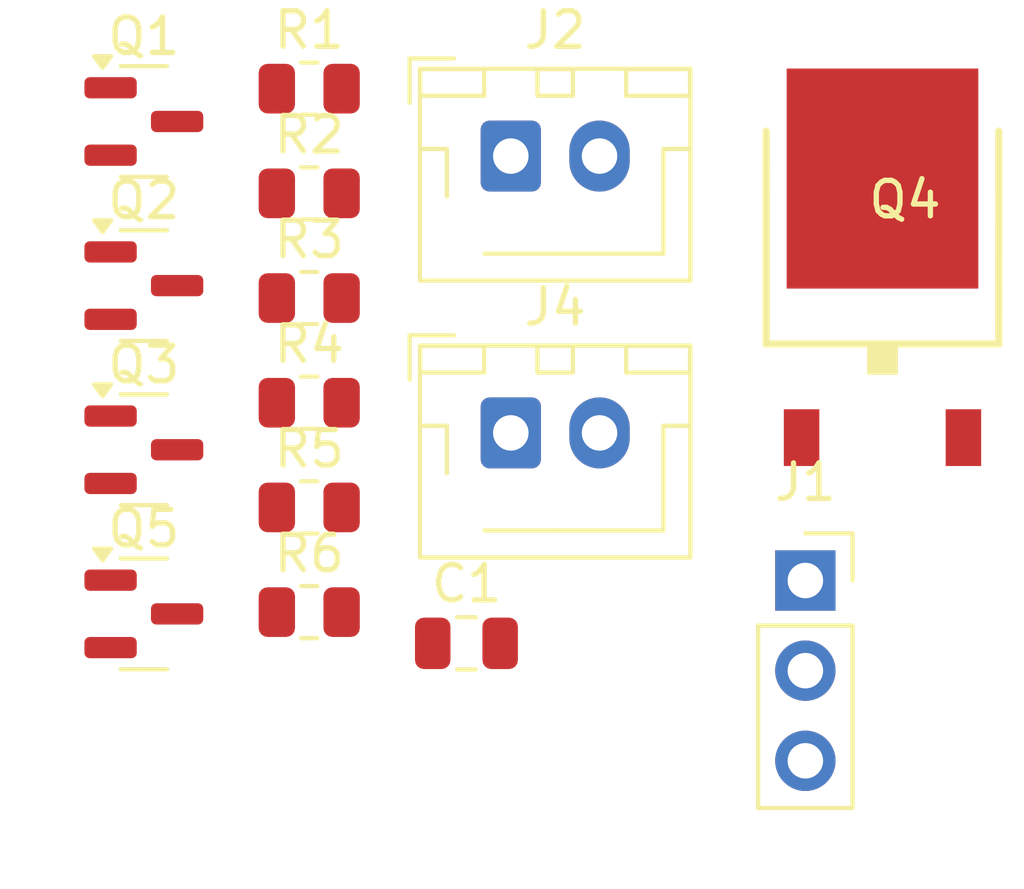
<source format=kicad_pcb>
(kicad_pcb (version 20241229) (generator "pcbnew") (generator_version "9.0")
  (layers (0 "F.Cu" signal) (2 "B.Cu" signal) (13 "F.Paste" user) (15 "B.Paste" user) (5 "F.SilkS" user "F.Silkscreen") (7 "B.SilkS" user "B.Silkscreen") (1 "F.Mask" user) (3 "B.Mask" user) (25 "Edge.Cuts" user))
  (net 0 "")
  (net 1 "Net-(Q1-G)")
  (net 2 "GND")
  (net 3 "Net-(J1-Pin_3)")
  (net 4 "STATUS")
  (net 5 "Net-(J2-Pin_2)")
  (net 6 "+5V")
  (net 7 "Net-(Q1-D)")
  (net 8 "Net-(Q2-D)")
  (net 9 "Net-(Q3-B)")
  (net 10 "Net-(Q5-B)")
  (net 11 "Net-(J3-Pin_1)")
  (footprint "AOD403:TO252" (layer "F.Cu") (at 170.4734 79.8934)
    (property "Reference" "Q4" (at 0.635 -1.905 0) (layer "F.SilkS"))
    (property "Value" "AOD403")
    (fp_line (start -3.277 2.159) (end -3.2766 -3.8354) (stroke (width 0.2032)) (layer "F.SilkS"))
    (fp_line (start 3.2766 -3.8354) (end 3.277 2.159) (stroke (width 0.2032)) (layer "F.SilkS"))
    (fp_line (start 3.277 2.159) (end -3.277 2.159) (stroke (width 0.2032)) (layer "F.SilkS"))
    (fp_poly (pts (xy -0.4318 2.2606) (xy 0.4318 2.2606) (xy 0.4318 3.0226) (xy -0.4318 3.0226)) (stroke (width 0.01)) (fill yes) (layer "F.SilkS"))
    (pad "1" smd rect (at -2.28 4.8) (size 1 1.6) (layers "F.Cu" "F.Mask" "F.Paste") (net 8 "Net-(Q2-D)"))
    (pad "2" smd rect (at 0 -2.5) (size 5.4 6.2) (layers "F.Cu" "F.Mask" "F.Paste") (net 5 "Net-(J2-Pin_2)"))
    (pad "3" smd rect (at 2.28 4.8) (size 1 1.6) (layers "F.Cu" "F.Mask" "F.Paste") (net 6 "+5V"))
  )
  (footprint "Package_TO_SOT_SMD:SOT-23" (layer "F.Cu") (at 149.66 75.785)
    (property "Reference" "Q1" (at 0 -2.4 0) (layer "F.SilkS"))
    (property "Value" "2N7002")
    (fp_line (start 0 -1.56) (end -0.65 -1.56) (stroke (width 0.12)) (layer "F.SilkS"))
    (fp_line (start 0 -1.56) (end 0.65 -1.56) (stroke (width 0.12)) (layer "F.SilkS"))
    (fp_line (start 0 1.56) (end -0.65 1.56) (stroke (width 0.12)) (layer "F.SilkS"))
    (fp_line (start 0 1.56) (end 0.65 1.56) (stroke (width 0.12)) (layer "F.SilkS"))
    (fp_poly (pts (xy -1.1625 -1.51) (xy -1.4025 -1.84) (xy -0.9225 -1.84)) (stroke (width 0.12)) (fill yes) (layer "F.SilkS"))
    (pad "1" smd roundrect (at -0.9375 -0.95) (size 1.475 0.6) (layers "F.Cu" "F.Mask" "F.Paste") (net 1 "Net-(Q1-G)"))
    (pad "2" smd roundrect (at -0.9375 0.95) (size 1.475 0.6) (layers "F.Cu" "F.Mask" "F.Paste") (net 2 "GND"))
    (pad "3" smd roundrect (at 0.9375 0) (size 1.475 0.6) (layers "F.Cu" "F.Mask" "F.Paste") (net 7 "Net-(Q1-D)"))
  )
  (footprint "Resistor_SMD:R_0805_2012Metric" (layer "F.Cu") (at 154.32 86.66)
    (property "Reference" "R5" (at 0 -1.65 0) (layer "F.SilkS"))
    (property "Value" "10K")
    (fp_line (start -0.227064 -0.735) (end 0.227064 -0.735) (stroke (width 0.12)) (layer "F.SilkS"))
    (fp_line (start -0.227064 0.735) (end 0.227064 0.735) (stroke (width 0.12)) (layer "F.SilkS"))
    (pad "1" smd roundrect (at -0.9125 0) (size 1.025 1.4) (layers "F.Cu" "F.Mask" "F.Paste") (roundrect_rratio 0.243902) (net 10 "Net-(Q5-B)"))
    (pad "2" smd roundrect (at 0.9125 0) (size 1.025 1.4) (layers "F.Cu" "F.Mask" "F.Paste") (roundrect_rratio 0.243902) (net 11 "Net-(J3-Pin_1)"))
  )
  (footprint "Package_TO_SOT_SMD:SOT-23" (layer "F.Cu") (at 149.66 89.66)
    (property "Reference" "Q5" (at 0 -2.4 0) (layer "F.SilkS"))
    (property "Value" "MMBT3904")
    (fp_line (start 0 -1.56) (end -0.65 -1.56) (stroke (width 0.12)) (layer "F.SilkS"))
    (fp_line (start 0 -1.56) (end 0.65 -1.56) (stroke (width 0.12)) (layer "F.SilkS"))
    (fp_line (start 0 1.56) (end -0.65 1.56) (stroke (width 0.12)) (layer "F.SilkS"))
    (fp_line (start 0 1.56) (end 0.65 1.56) (stroke (width 0.12)) (layer "F.SilkS"))
    (fp_poly (pts (xy -1.1625 -1.51) (xy -1.4025 -1.84) (xy -0.9225 -1.84)) (stroke (width 0.12)) (fill yes) (layer "F.SilkS"))
    (pad "1" smd roundrect (at -0.9375 -0.95) (size 1.475 0.6) (layers "F.Cu" "F.Mask" "F.Paste") (net 10 "Net-(Q5-B)"))
    (pad "2" smd roundrect (at -0.9375 0.95) (size 1.475 0.6) (layers "F.Cu" "F.Mask" "F.Paste") (net 2 "GND"))
    (pad "3" smd roundrect (at 0.9375 0) (size 1.475 0.6) (layers "F.Cu" "F.Mask" "F.Paste") (net 4 "STATUS"))
  )
  (footprint "Package_TO_SOT_SMD:SOT-23" (layer "F.Cu") (at 149.66 85.035)
    (property "Reference" "Q3" (at 0 -2.4 0) (layer "F.SilkS"))
    (property "Value" "MMBT3904")
    (fp_line (start 0 -1.56) (end -0.65 -1.56) (stroke (width 0.12)) (layer "F.SilkS"))
    (fp_line (start 0 -1.56) (end 0.65 -1.56) (stroke (width 0.12)) (layer "F.SilkS"))
    (fp_line (start 0 1.56) (end -0.65 1.56) (stroke (width 0.12)) (layer "F.SilkS"))
    (fp_line (start 0 1.56) (end 0.65 1.56) (stroke (width 0.12)) (layer "F.SilkS"))
    (fp_poly (pts (xy -1.1625 -1.51) (xy -1.4025 -1.84) (xy -0.9225 -1.84)) (stroke (width 0.12)) (fill yes) (layer "F.SilkS"))
    (pad "1" smd roundrect (at -0.9375 -0.95) (size 1.475 0.6) (layers "F.Cu" "F.Mask" "F.Paste") (net 9 "Net-(Q3-B)"))
    (pad "2" smd roundrect (at -0.9375 0.95) (size 1.475 0.6) (layers "F.Cu" "F.Mask" "F.Paste") (net 2 "GND"))
    (pad "3" smd roundrect (at 0.9375 0) (size 1.475 0.6) (layers "F.Cu" "F.Mask" "F.Paste") (net 8 "Net-(Q2-D)"))
  )
  (footprint "Resistor_SMD:R_0805_2012Metric" (layer "F.Cu") (at 154.32 83.71)
    (property "Reference" "R4" (at 0 -1.65 0) (layer "F.SilkS"))
    (property "Value" "10K")
    (fp_line (start -0.227064 -0.735) (end 0.227064 -0.735) (stroke (width 0.12)) (layer "F.SilkS"))
    (fp_line (start -0.227064 0.735) (end 0.227064 0.735) (stroke (width 0.12)) (layer "F.SilkS"))
    (pad "1" smd roundrect (at -0.9125 0) (size 1.025 1.4) (layers "F.Cu" "F.Mask" "F.Paste") (roundrect_rratio 0.243902) (net 8 "Net-(Q2-D)"))
    (pad "2" smd roundrect (at 0.9125 0) (size 1.025 1.4) (layers "F.Cu" "F.Mask" "F.Paste") (roundrect_rratio 0.243902) (net 6 "+5V"))
  )
  (footprint "Resistor_SMD:R_0805_2012Metric" (layer "F.Cu") (at 154.32 80.76)
    (property "Reference" "R3" (at 0 -1.65 0) (layer "F.SilkS"))
    (property "Value" "10K")
    (fp_line (start -0.227064 -0.735) (end 0.227064 -0.735) (stroke (width 0.12)) (layer "F.SilkS"))
    (fp_line (start -0.227064 0.735) (end 0.227064 0.735) (stroke (width 0.12)) (layer "F.SilkS"))
    (pad "1" smd roundrect (at -0.9125 0) (size 1.025 1.4) (layers "F.Cu" "F.Mask" "F.Paste") (roundrect_rratio 0.243902) (net 7 "Net-(Q1-D)"))
    (pad "2" smd roundrect (at 0.9125 0) (size 1.025 1.4) (layers "F.Cu" "F.Mask" "F.Paste") (roundrect_rratio 0.243902) (net 5 "Net-(J2-Pin_2)"))
  )
  (footprint "Connector_PinSocket_2.54mm:PinSocket_1x03_P2.54mm_Vertical" (layer "F.Cu") (at 168.3 88.72)
    (property "Reference" "J1" (at 0 -2.77 0) (layer "F.SilkS"))
    (property "Value" "GPIO I/O")
    (fp_line (start -1.33 1.27) (end -1.33 6.41) (stroke (width 0.12)) (layer "F.SilkS"))
    (fp_line (start -1.33 1.27) (end 1.33 1.27) (stroke (width 0.12)) (layer "F.SilkS"))
    (fp_line (start -1.33 6.41) (end 1.33 6.41) (stroke (width 0.12)) (layer "F.SilkS"))
    (fp_line (start 0 -1.33) (end 1.33 -1.33) (stroke (width 0.12)) (layer "F.SilkS"))
    (fp_line (start 1.33 -1.33) (end 1.33 0) (stroke (width 0.12)) (layer "F.SilkS"))
    (fp_line (start 1.33 1.27) (end 1.33 6.41) (stroke (width 0.12)) (layer "F.SilkS"))
    (pad "1" thru_hole rect (at 0 0) (size 1.7 1.7) (drill 1) (layers "*.Cu" "*.Mask") (net 4 "STATUS"))
    (pad "2" thru_hole circle (at 0 2.54) (size 1.7 1.7) (drill 1) (layers "*.Cu" "*.Mask") (net 2 "GND"))
    (pad "3" thru_hole circle (at 0 5.08) (size 1.7 1.7) (drill 1) (layers "*.Cu" "*.Mask") (net 3 "Net-(J1-Pin_3)"))
  )
  (footprint "Connector_JST:JST_XH_B2B-XH-AM_1x02_P2.50mm_Vertical" (layer "F.Cu") (at 160 84.56)
    (property "Reference" "J4" (at 1.25 -3.55 0) (layer "F.SilkS"))
    (property "Value" "5V IN")
    (fp_line (start -2.85 -2.75) (end -2.85 -1.5) (stroke (width 0.12)) (layer "F.SilkS"))
    (fp_line (start -2.56 -2.46) (end -2.56 3.51) (stroke (width 0.12)) (layer "F.SilkS"))
    (fp_line (start -2.56 3.51) (end 5.06 3.51) (stroke (width 0.12)) (layer "F.SilkS"))
    (fp_line (start -2.55 -2.45) (end -2.55 -1.7) (stroke (width 0.12)) (layer "F.SilkS"))
    (fp_line (start -2.55 -1.7) (end -0.75 -1.7) (stroke (width 0.12)) (layer "F.SilkS"))
    (fp_line (start -2.55 -0.2) (end -1.8 -0.2) (stroke (width 0.12)) (layer "F.SilkS"))
    (fp_line (start -1.8 -0.2) (end -1.8 1.14) (stroke (width 0.12)) (layer "F.SilkS"))
    (fp_line (start -1.6 -2.75) (end -2.85 -2.75) (stroke (width 0.12)) (layer "F.SilkS"))
    (fp_line (start -0.75 -2.45) (end -2.55 -2.45) (stroke (width 0.12)) (layer "F.SilkS"))
    (fp_line (start -0.75 -1.7) (end -0.75 -2.45) (stroke (width 0.12)) (layer "F.SilkS"))
    (fp_line (start 0.75 -2.45) (end 0.75 -1.7) (stroke (width 0.12)) (layer "F.SilkS"))
    (fp_line (start 0.75 -1.7) (end 1.75 -1.7) (stroke (width 0.12)) (layer "F.SilkS"))
    (fp_line (start 1.25 2.75) (end -0.74 2.75) (stroke (width 0.12)) (layer "F.SilkS"))
    (fp_line (start 1.75 -2.45) (end 0.75 -2.45) (stroke (width 0.12)) (layer "F.SilkS"))
    (fp_line (start 1.75 -1.7) (end 1.75 -2.45) (stroke (width 0.12)) (layer "F.SilkS"))
    (fp_line (start 3.25 -2.45) (end 3.25 -1.7) (stroke (width 0.12)) (layer "F.SilkS"))
    (fp_line (start 3.25 -1.7) (end 5.05 -1.7) (stroke (width 0.12)) (layer "F.SilkS"))
    (fp_line (start 4.3 -0.2) (end 4.3 2.75) (stroke (width 0.12)) (layer "F.SilkS"))
    (fp_line (start 4.3 2.75) (end 1.25 2.75) (stroke (width 0.12)) (layer "F.SilkS"))
    (fp_line (start 5.05 -2.45) (end 3.25 -2.45) (stroke (width 0.12)) (layer "F.SilkS"))
    (fp_line (start 5.05 -1.7) (end 5.05 -2.45) (stroke (width 0.12)) (layer "F.SilkS"))
    (fp_line (start 5.05 -0.2) (end 4.3 -0.2) (stroke (width 0.12)) (layer "F.SilkS"))
    (fp_line (start 5.06 -2.46) (end -2.56 -2.46) (stroke (width 0.12)) (layer "F.SilkS"))
    (fp_line (start 5.06 3.51) (end 5.06 -2.46) (stroke (width 0.12)) (layer "F.SilkS"))
    (pad "" np_thru_hole circle (at -1.6 2) (size 1.2 1.2) (drill 1.2) (layers "*.Cu" "*.Mask"))
    (pad "1" thru_hole roundrect (at 0 0) (size 1.7 2) (drill 1) (layers "*.Cu" "*.Mask") (roundrect_rratio 0.147059) (net 2 "GND"))
    (pad "2" thru_hole oval (at 2.5 0) (size 1.7 2) (drill 1) (layers "*.Cu" "*.Mask") (net 6 "+5V"))
  )
  (footprint "Connector_JST:JST_XH_B2B-XH-AM_1x02_P2.50mm_Vertical" (layer "F.Cu") (at 160 76.76)
    (property "Reference" "J2" (at 1.25 -3.55 0) (layer "F.SilkS"))
    (property "Value" "5V OUT")
    (fp_line (start -2.85 -2.75) (end -2.85 -1.5) (stroke (width 0.12)) (layer "F.SilkS"))
    (fp_line (start -2.56 -2.46) (end -2.56 3.51) (stroke (width 0.12)) (layer "F.SilkS"))
    (fp_line (start -2.56 3.51) (end 5.06 3.51) (stroke (width 0.12)) (layer "F.SilkS"))
    (fp_line (start -2.55 -2.45) (end -2.55 -1.7) (stroke (width 0.12)) (layer "F.SilkS"))
    (fp_line (start -2.55 -1.7) (end -0.75 -1.7) (stroke (width 0.12)) (layer "F.SilkS"))
    (fp_line (start -2.55 -0.2) (end -1.8 -0.2) (stroke (width 0.12)) (layer "F.SilkS"))
    (fp_line (start -1.8 -0.2) (end -1.8 1.14) (stroke (width 0.12)) (layer "F.SilkS"))
    (fp_line (start -1.6 -2.75) (end -2.85 -2.75) (stroke (width 0.12)) (layer "F.SilkS"))
    (fp_line (start -0.75 -2.45) (end -2.55 -2.45) (stroke (width 0.12)) (layer "F.SilkS"))
    (fp_line (start -0.75 -1.7) (end -0.75 -2.45) (stroke (width 0.12)) (layer "F.SilkS"))
    (fp_line (start 0.75 -2.45) (end 0.75 -1.7) (stroke (width 0.12)) (layer "F.SilkS"))
    (fp_line (start 0.75 -1.7) (end 1.75 -1.7) (stroke (width 0.12)) (layer "F.SilkS"))
    (fp_line (start 1.25 2.75) (end -0.74 2.75) (stroke (width 0.12)) (layer "F.SilkS"))
    (fp_line (start 1.75 -2.45) (end 0.75 -2.45) (stroke (width 0.12)) (layer "F.SilkS"))
    (fp_line (start 1.75 -1.7) (end 1.75 -2.45) (stroke (width 0.12)) (layer "F.SilkS"))
    (fp_line (start 3.25 -2.45) (end 3.25 -1.7) (stroke (width 0.12)) (layer "F.SilkS"))
    (fp_line (start 3.25 -1.7) (end 5.05 -1.7) (stroke (width 0.12)) (layer "F.SilkS"))
    (fp_line (start 4.3 -0.2) (end 4.3 2.75) (stroke (width 0.12)) (layer "F.SilkS"))
    (fp_line (start 4.3 2.75) (end 1.25 2.75) (stroke (width 0.12)) (layer "F.SilkS"))
    (fp_line (start 5.05 -2.45) (end 3.25 -2.45) (stroke (width 0.12)) (layer "F.SilkS"))
    (fp_line (start 5.05 -1.7) (end 5.05 -2.45) (stroke (width 0.12)) (layer "F.SilkS"))
    (fp_line (start 5.05 -0.2) (end 4.3 -0.2) (stroke (width 0.12)) (layer "F.SilkS"))
    (fp_line (start 5.06 -2.46) (end -2.56 -2.46) (stroke (width 0.12)) (layer "F.SilkS"))
    (fp_line (start 5.06 3.51) (end 5.06 -2.46) (stroke (width 0.12)) (layer "F.SilkS"))
    (pad "" np_thru_hole circle (at -1.6 2) (size 1.2 1.2) (drill 1.2) (layers "*.Cu" "*.Mask"))
    (pad "1" thru_hole roundrect (at 0 0) (size 1.7 2) (drill 1) (layers "*.Cu" "*.Mask") (roundrect_rratio 0.147059) (net 2 "GND"))
    (pad "2" thru_hole oval (at 2.5 0) (size 1.7 2) (drill 1) (layers "*.Cu" "*.Mask") (net 5 "Net-(J2-Pin_2)"))
  )
  (footprint "Resistor_SMD:R_0805_2012Metric" (layer "F.Cu") (at 154.32 89.61)
    (property "Reference" "R6" (at 0 -1.65 0) (layer "F.SilkS"))
    (property "Value" "10K")
    (fp_line (start -0.227064 -0.735) (end 0.227064 -0.735) (stroke (width 0.12)) (layer "F.SilkS"))
    (fp_line (start -0.227064 0.735) (end 0.227064 0.735) (stroke (width 0.12)) (layer "F.SilkS"))
    (pad "1" smd roundrect (at -0.9125 0) (size 1.025 1.4) (layers "F.Cu" "F.Mask" "F.Paste") (roundrect_rratio 0.243902) (net 11 "Net-(J3-Pin_1)"))
    (pad "2" smd roundrect (at 0.9125 0) (size 1.025 1.4) (layers "F.Cu" "F.Mask" "F.Paste") (roundrect_rratio 0.243902) (net 9 "Net-(Q3-B)"))
  )
  (footprint "Capacitor_SMD:C_0805_2012Metric" (layer "F.Cu") (at 158.75 90.49)
    (property "Reference" "C1" (at 0 -1.68 0) (layer "F.SilkS"))
    (property "Value" "22nF")
    (fp_line (start -0.261252 -0.735) (end 0.261252 -0.735) (stroke (width 0.12)) (layer "F.SilkS"))
    (fp_line (start -0.261252 0.735) (end 0.261252 0.735) (stroke (width 0.12)) (layer "F.SilkS"))
    (pad "1" smd roundrect (at -0.95 0) (size 1 1.45) (layers "F.Cu" "F.Mask" "F.Paste") (net 1 "Net-(Q1-G)"))
    (pad "2" smd roundrect (at 0.95 0) (size 1 1.45) (layers "F.Cu" "F.Mask" "F.Paste") (net 2 "GND"))
  )
  (footprint "Resistor_SMD:R_0805_2012Metric" (layer "F.Cu") (at 154.32 74.86)
    (property "Reference" "R1" (at 0 -1.65 0) (layer "F.SilkS"))
    (property "Value" "220R")
    (fp_line (start -0.227064 -0.735) (end 0.227064 -0.735) (stroke (width 0.12)) (layer "F.SilkS"))
    (fp_line (start -0.227064 0.735) (end 0.227064 0.735) (stroke (width 0.12)) (layer "F.SilkS"))
    (pad "1" smd roundrect (at -0.9125 0) (size 1.025 1.4) (layers "F.Cu" "F.Mask" "F.Paste") (roundrect_rratio 0.243902) (net 1 "Net-(Q1-G)"))
    (pad "2" smd roundrect (at 0.9125 0) (size 1.025 1.4) (layers "F.Cu" "F.Mask" "F.Paste") (roundrect_rratio 0.243902) (net 3 "Net-(J1-Pin_3)"))
  )
  (footprint "Package_TO_SOT_SMD:SOT-23" (layer "F.Cu") (at 149.66 80.41)
    (property "Reference" "Q2" (at 0 -2.4 0) (layer "F.SilkS"))
    (property "Value" "2N7002")
    (fp_line (start 0 -1.56) (end -0.65 -1.56) (stroke (width 0.12)) (layer "F.SilkS"))
    (fp_line (start 0 -1.56) (end 0.65 -1.56) (stroke (width 0.12)) (layer "F.SilkS"))
    (fp_line (start 0 1.56) (end -0.65 1.56) (stroke (width 0.12)) (layer "F.SilkS"))
    (fp_line (start 0 1.56) (end 0.65 1.56) (stroke (width 0.12)) (layer "F.SilkS"))
    (fp_poly (pts (xy -1.1625 -1.51) (xy -1.4025 -1.84) (xy -0.9225 -1.84)) (stroke (width 0.12)) (fill yes) (layer "F.SilkS"))
    (pad "1" smd roundrect (at -0.9375 -0.95) (size 1.475 0.6) (layers "F.Cu" "F.Mask" "F.Paste") (net 7 "Net-(Q1-D)"))
    (pad "2" smd roundrect (at -0.9375 0.95) (size 1.475 0.6) (layers "F.Cu" "F.Mask" "F.Paste") (net 2 "GND"))
    (pad "3" smd roundrect (at 0.9375 0) (size 1.475 0.6) (layers "F.Cu" "F.Mask" "F.Paste") (net 8 "Net-(Q2-D)"))
  )
  (footprint "Resistor_SMD:R_0805_2012Metric" (layer "F.Cu") (at 154.32 77.81)
    (property "Reference" "R2" (at 0 -1.65 0) (layer "F.SilkS"))
    (property "Value" "100K")
    (fp_line (start -0.227064 -0.735) (end 0.227064 -0.735) (stroke (width 0.12)) (layer "F.SilkS"))
    (fp_line (start -0.227064 0.735) (end 0.227064 0.735) (stroke (width 0.12)) (layer "F.SilkS"))
    (pad "1" smd roundrect (at -0.9125 0) (size 1.025 1.4) (layers "F.Cu" "F.Mask" "F.Paste") (roundrect_rratio 0.243902) (net 2 "GND"))
    (pad "2" smd roundrect (at 0.9125 0) (size 1.025 1.4) (layers "F.Cu" "F.Mask" "F.Paste") (roundrect_rratio 0.243902) (net 1 "Net-(Q1-G)"))
  )
)
</source>
